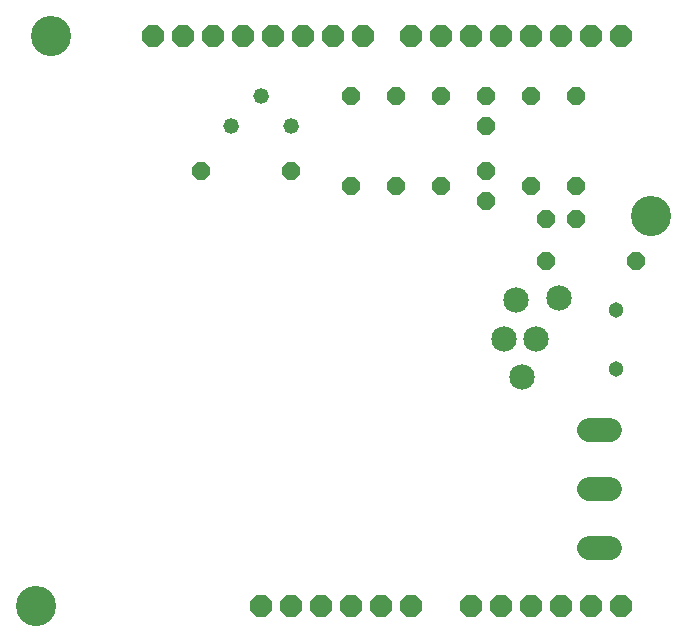
<source format=gbr>
G04 EAGLE Gerber RS-274X export*
G75*
%MOMM*%
%FSLAX34Y34*%
%LPD*%
%INSoldermask Bottom*%
%IPPOS*%
%AMOC8*
5,1,8,0,0,1.08239X$1,22.5*%
G01*
%ADD10P,1.649562X8X22.500000*%
%ADD11P,1.649562X8X112.500000*%
%ADD12P,1.649562X8X292.500000*%
%ADD13P,1.649562X8X202.500000*%
%ADD14C,1.320800*%
%ADD15P,2.034460X8X22.500000*%
%ADD16C,3.403200*%
%ADD17C,2.153200*%
%ADD18C,1.303200*%
%ADD19C,1.993900*%


D10*
X571500Y352425D03*
X596900Y352425D03*
D11*
X520700Y431800D03*
X520700Y457200D03*
D12*
X520700Y393700D03*
X520700Y368300D03*
D13*
X647700Y317500D03*
X571500Y317500D03*
D11*
X558800Y381000D03*
X558800Y457200D03*
X596900Y381000D03*
X596900Y457200D03*
D13*
X355600Y393700D03*
X279400Y393700D03*
D14*
X304800Y431800D03*
X330200Y457200D03*
X355600Y431800D03*
D11*
X406400Y381000D03*
X406400Y457200D03*
X482600Y381000D03*
X482600Y457200D03*
D12*
X444500Y457200D03*
X444500Y381000D03*
D15*
X533400Y508000D03*
X508000Y25400D03*
X558800Y508000D03*
X584200Y508000D03*
X609600Y508000D03*
X635000Y508000D03*
X508000Y508000D03*
X482600Y508000D03*
X457200Y508000D03*
X416560Y508000D03*
X391160Y508000D03*
X365760Y508000D03*
X340360Y508000D03*
X314960Y508000D03*
X289560Y508000D03*
X264160Y508000D03*
X238760Y508000D03*
X533400Y25400D03*
X558800Y25400D03*
X584200Y25400D03*
X609600Y25400D03*
X635000Y25400D03*
X457200Y25400D03*
X431800Y25400D03*
X406400Y25400D03*
X381000Y25400D03*
X355600Y25400D03*
X330200Y25400D03*
D16*
X152400Y508000D03*
X660400Y355600D03*
X139700Y25400D03*
D17*
X582400Y285825D03*
X562400Y250825D03*
X545400Y283825D03*
X550400Y218825D03*
X535400Y250825D03*
D18*
X630400Y275825D03*
X630400Y225825D03*
D19*
X625104Y73825D02*
X607197Y73825D01*
X607197Y123825D02*
X625104Y123825D01*
X625104Y173825D02*
X607197Y173825D01*
M02*

</source>
